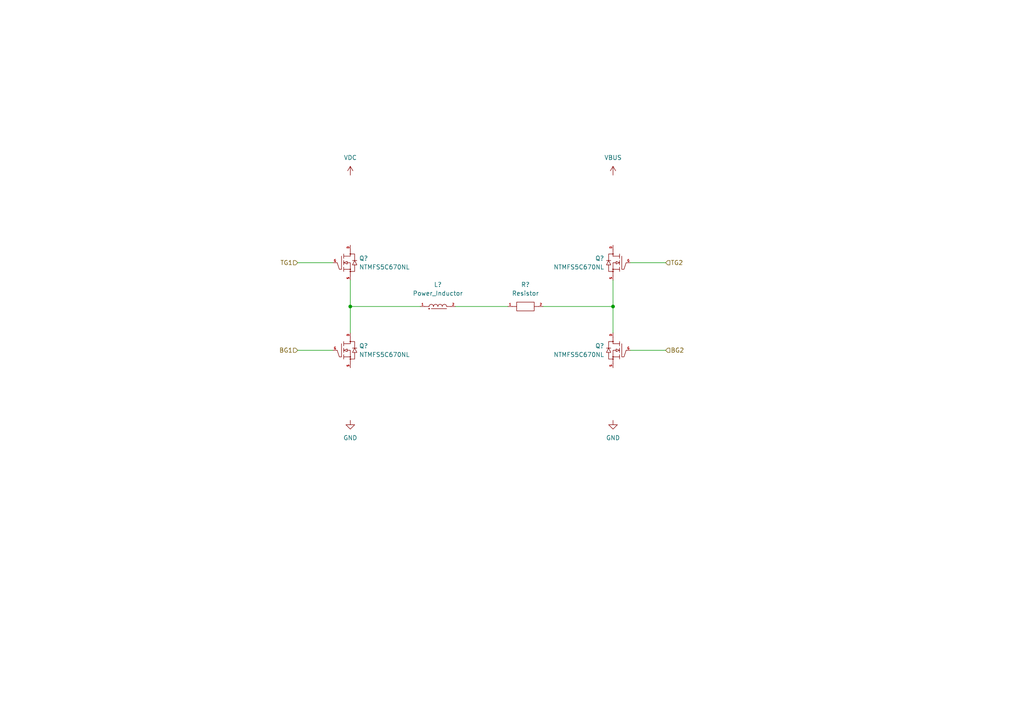
<source format=kicad_sch>
(kicad_sch (version 20211123) (generator eeschema)
  (paper "A4")
  (title_block (title "Digital_BuckBoost") (date "2022-07-01") (rev "1.0.1"))
  (lib_symbols
    (symbol "Basic_passive_components:Power_Inductor" (pin_names (offset 1.016))
      (property "Reference" "L" (at -4.445 -2.54 0))
      (property "Value" "Power_Inductor" (at 0 2.54 0))
      (symbol "Power_Inductor_0_1"
        (circle (center -2.54 -0.635) (radius 0.127) (fill (type outline)))
        (arc (start -1.27 0) (mid -1.905 0.635) (end -2.54 0))
        (arc (start 0 0) (mid -0.635 0.635) (end -1.27 0))
        (polyline (pts (xy -2.54 0) (xy -3.81 0)))
        (polyline (pts (xy -1.905 -0.635) (xy 2.54 -0.635)))
        (polyline (pts (xy 2.54 0) (xy 3.81 0)))
        (arc (start 1.27 0) (mid 0.635 0.635) (end 0 0))
        (arc (start 2.54 0) (mid 1.905 0.635) (end 1.27 0))
      )
      (symbol "Power_Inductor_1_1"
        (pin passive line (at -5.08 0 0) (length 1.27) (name "~") (number "1"))
        (pin passive line (at 5.08 0 180) (length 1.27) (name "~") (number "2"))
      )
    )
    (symbol "Basic_passive_components:Resistor" (pin_names (offset 1.016))
      (property "Reference" "R" (at -4.445 -2.54 0))
      (property "Value" "Resistor" (at 0 2.54 0))
      (symbol "Resistor_0_1"
        (rectangle (start -2.54 1.27) (end 2.54 -1.27))
        (polyline (pts (xy -3.81 0) (xy -2.54 0)))
        (polyline (pts (xy 2.54 0) (xy 3.81 0)))
      )
      (symbol "Resistor_1_1"
        (pin passive line (at -5.08 0 0) (length 1.27) (name "~") (number "1"))
        (pin passive line (at 5.08 0 180) (length 1.27) (name "~") (number "2"))
      )
    )
    (symbol "Power_transistor:NTMFS5C670NL" (pin_names (offset 1.016) hide)
      (property "Reference" "Q" (at 3.175 -1.27 0))
      (property "Value" "NTMFS5C670NL" (at 9.906 1.27 0))
      (symbol "NTMFS5C670NL_0_1"
        (circle (center 0 -2.54) (radius 0.127) (fill (type outline)))
        (circle (center 0 -1.905) (radius 0.127) (fill (type outline)))
        (polyline (pts (xy -1.905 -1.905) (xy 0 -1.905)))
        (polyline (pts (xy -1.905 -1.27) (xy -1.905 -2.54)))
        (polyline (pts (xy -1.905 0.635) (xy -1.905 -0.635)))
        (polyline (pts (xy -1.905 1.905) (xy 0 1.905)))
        (polyline (pts (xy -1.905 2.54) (xy -1.905 1.27)))
        (polyline (pts (xy 0 -1.905) (xy 0 -3.81)))
        (polyline (pts (xy 0 3.81) (xy 0 1.905)))
        (polyline (pts (xy 0.635 0.635) (xy 1.905 0.635)))
        (polyline (pts (xy -0.889 0) (xy 0 0) (xy 0 -1.905)))
        (polyline (pts (xy 0 -2.54) (xy 1.27 -2.54) (xy 1.27 -0.635)))
        (polyline (pts (xy 0 2.54) (xy 1.27 2.54) (xy 1.27 0.635)))
        (polyline (pts (xy -2.54 1.905) (xy -2.54 -1.905) (xy -3.175 -1.905) (xy -3.81 0)))
        (polyline (pts (xy -1.905 0) (xy -0.889 0.381) (xy -0.889 -0.381) (xy -1.905 0)))
        (polyline (pts (xy 1.27 0.635) (xy 0.635 -0.635) (xy 1.905 -0.635) (xy 1.27 0.635)))
        (circle (center 0 2.54) (radius 0.127) (fill (type outline)))
      )
      (symbol "NTMFS5C670NL_1_1"
        (pin passive line (at 0 5.08 270) (length 1.27) (name "Drain") (number "D"))
        (pin passive line (at -5.08 0 0) (length 1.27) (name "Gate") (number "G"))
        (pin passive line (at 0 -5.08 90) (length 1.27) (name "Source") (number "S"))
      )
    )
    (symbol "power:GND" (power) (pin_names (offset 0))
      (property "Value" "GND" (at 0 -3.81 0))
      (symbol "GND_0_1"
        (polyline (pts (xy 0 0) (xy 0 -1.27) (xy 1.27 -1.27) (xy 0 -2.54) (xy -1.27 -1.27) (xy 0 -1.27)))
      )
      (symbol "GND_1_1"
        (pin power_in line (at 0 0 270) (length 0) hide (name "GND") (number "1"))
      )
    )
    (symbol "power:VBUS" (power) (pin_names (offset 0))
      (property "Value" "VBUS" (at 0 3.81 0))
      (symbol "VBUS_0_1"
        (polyline (pts (xy -0.762 1.27) (xy 0 2.54)))
        (polyline (pts (xy 0 0) (xy 0 2.54)))
        (polyline (pts (xy 0 2.54) (xy 0.762 1.27)))
      )
      (symbol "VBUS_1_1"
        (pin power_in line (at 0 0 90) (length 0) hide (name "VBUS") (number "1"))
      )
    )
    (symbol "power:VDC" (power) (pin_names (offset 0))
      (property "Value" "VDC" (at 0 6.35 0))
      (symbol "VDC_0_1"
        (polyline (pts (xy -0.762 1.27) (xy 0 2.54)))
        (polyline (pts (xy 0 0) (xy 0 2.54)))
        (polyline (pts (xy 0 2.54) (xy 0.762 1.27)))
      )
      (symbol "VDC_1_1"
        (pin power_in line (at 0 0 90) (length 0) hide (name "VDC") (number "1"))
      )
    )
  )
  (junction (at 177.8 88.9))
  (junction (at 101.6 88.9))
  (wire (pts (xy 132.08 88.9) (xy 147.32 88.9)))
  (wire (pts (xy 177.8 81.28) (xy 177.8 88.9)))
  (wire (pts (xy 182.88 76.2) (xy 193.04 76.2)))
  (wire (pts (xy 157.48 88.9) (xy 177.8 88.9)))
  (wire (pts (xy 101.6 88.9) (xy 101.6 96.52)))
  (wire (pts (xy 86.36 101.6) (xy 96.52 101.6)))
  (wire (pts (xy 86.36 76.2) (xy 96.52 76.2)))
  (wire (pts (xy 101.6 81.28) (xy 101.6 88.9)))
  (wire (pts (xy 177.8 88.9) (xy 177.8 96.52)))
  (wire (pts (xy 182.88 101.6) (xy 193.04 101.6)))
  (wire (pts (xy 101.6 88.9) (xy 121.92 88.9)))
  (hierarchical_label "TG2" (shape input) (at 193.04 76.2 0))
  (hierarchical_label "TG1" (shape input) (at 86.36 76.2 180))
  (hierarchical_label "BG1" (shape input) (at 86.36 101.6 180))
  (hierarchical_label "BG2" (shape input) (at 193.04 101.6 0))
  (symbol (lib_id "Power_transistor:NTMFS5C670NL") (at 177.8 101.6 0) (mirror y) (unit 1)
    (property "Reference" "Q?" (at 175.26 100.3299 0) (effects (justify left)))
    (property "Value" "NTMFS5C670NL" (at 175.26 102.8699 0) (effects (justify left)))
    (property "Footprint" "POWER_TRANSISTOR_SMD:SON-8_5x6_M" (effects hide))
  )
  (symbol (lib_id "Power_transistor:NTMFS5C670NL") (at 101.6 76.2 0) (unit 1)
    (property "Reference" "Q?" (at 104.14 74.9299 0) (effects (justify left)))
    (property "Value" "NTMFS5C670NL" (at 104.14 77.4699 0) (effects (justify left)))
    (property "Footprint" "POWER_TRANSISTOR_SMD:SON-8_5x6_M" (effects hide))
  )
  (symbol (lib_id "Power_transistor:NTMFS5C670NL") (at 177.8 76.2 0) (mirror y) (unit 1)
    (property "Reference" "Q?" (at 175.26 74.9299 0) (effects (justify left)))
    (property "Value" "NTMFS5C670NL" (at 175.26 77.4699 0) (effects (justify left)))
    (property "Footprint" "POWER_TRANSISTOR_SMD:SON-8_5x6_M" (effects hide))
  )
  (symbol (lib_id "Power_transistor:NTMFS5C670NL") (at 101.6 101.6 0) (unit 1)
    (property "Reference" "Q?" (at 104.14 100.3299 0) (effects (justify left)))
    (property "Value" "NTMFS5C670NL" (at 104.14 102.8699 0) (effects (justify left)))
    (property "Footprint" "POWER_TRANSISTOR_SMD:SON-8_5x6_M" (effects hide))
  )
  (symbol (lib_id "Basic_passive_components:Power_Inductor") (at 127 88.9 0) (unit 1)
    (property "Reference" "L?" (at 127 82.55 0))
    (property "Value" "Power_Inductor" (at 127 85.09 0))
  )
  (symbol (lib_id "power:GND") (at 177.8 121.92 0) (unit 1)
    (property "Reference" "#PWR?" (effects hide))
    (property "Value" "GND" (at 177.8 127 0))
  )
  (symbol (lib_id "power:VDC") (at 101.6 50.8 0) (unit 1)
    (property "Reference" "#PWR?" (effects hide))
    (property "Value" "VDC" (at 101.6 45.72 0))
  )
  (symbol (lib_id "Basic_passive_components:Resistor") (at 152.4 88.9 0) (unit 1)
    (property "Reference" "R?" (at 152.4 82.55 0))
    (property "Value" "Resistor" (at 152.4 85.09 0))
  )
  (symbol (lib_id "power:VBUS") (at 177.8 50.8 0) (unit 1)
    (property "Reference" "#PWR?" (effects hide))
    (property "Value" "VBUS" (at 177.8 45.72 0))
  )
  (symbol (lib_id "power:GND") (at 101.6 121.92 0) (unit 1)
    (property "Reference" "#PWR?" (effects hide))
    (property "Value" "GND" (at 101.6 127 0))
  )
)
</source>
